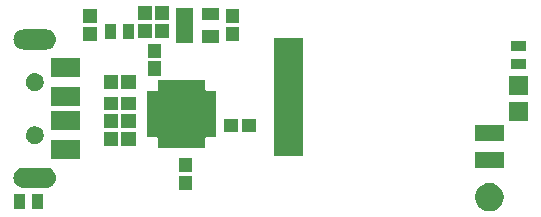
<source format=gbr>
G04 #@! TF.GenerationSoftware,KiCad,Pcbnew,(6.0.0-rc1-dev-479-g831c9b6f6-dirty)*
G04 #@! TF.CreationDate,2018-09-12T23:56:39+02:00*
G04 #@! TF.ProjectId,RapTorS,526170546F72532E6B696361645F7063,rev?*
G04 #@! TF.SameCoordinates,Original*
G04 #@! TF.FileFunction,Soldermask,Top*
G04 #@! TF.FilePolarity,Negative*
%FSLAX46Y46*%
G04 Gerber Fmt 4.6, Leading zero omitted, Abs format (unit mm)*
G04 Created by KiCad (PCBNEW (6.0.0-rc1-dev-479-g831c9b6f6-dirty)) date 2018 September 12, Wednesday 23:56:39*
%MOMM*%
%LPD*%
G01*
G04 APERTURE LIST*
%ADD10C,0.100000*%
G04 APERTURE END LIST*
D10*
G36*
X180359826Y-106999315D02*
X180578212Y-107089773D01*
X180774758Y-107221101D01*
X180941899Y-107388242D01*
X181073227Y-107584788D01*
X181163685Y-107803174D01*
X181209800Y-108035009D01*
X181209800Y-108271391D01*
X181163685Y-108503226D01*
X181073227Y-108721612D01*
X180941899Y-108918158D01*
X180774758Y-109085299D01*
X180578212Y-109216627D01*
X180359826Y-109307085D01*
X180127991Y-109353200D01*
X179891609Y-109353200D01*
X179659774Y-109307085D01*
X179441388Y-109216627D01*
X179244842Y-109085299D01*
X179077701Y-108918158D01*
X178946373Y-108721612D01*
X178855915Y-108503226D01*
X178809800Y-108271391D01*
X178809800Y-108035009D01*
X178855915Y-107803174D01*
X178946373Y-107584788D01*
X179077701Y-107388242D01*
X179244842Y-107221101D01*
X179441388Y-107089773D01*
X179659774Y-106999315D01*
X179891609Y-106953200D01*
X180127991Y-106953200D01*
X180359826Y-106999315D01*
X180359826Y-106999315D01*
G37*
G36*
X140682000Y-109184200D02*
X139782000Y-109184200D01*
X139782000Y-107884200D01*
X140682000Y-107884200D01*
X140682000Y-109184200D01*
X140682000Y-109184200D01*
G37*
G36*
X142182000Y-109184200D02*
X141282000Y-109184200D01*
X141282000Y-107884200D01*
X142182000Y-107884200D01*
X142182000Y-109184200D01*
X142182000Y-109184200D01*
G37*
G36*
X154854600Y-107547400D02*
X153704600Y-107547400D01*
X153704600Y-106347400D01*
X154854600Y-106347400D01*
X154854600Y-107547400D01*
X154854600Y-107547400D01*
G37*
G36*
X142626027Y-105676932D02*
X142785481Y-105725301D01*
X142932435Y-105803850D01*
X143061241Y-105909558D01*
X143166949Y-106038364D01*
X143245498Y-106185318D01*
X143293867Y-106344772D01*
X143310200Y-106510599D01*
X143310200Y-106510601D01*
X143293867Y-106676428D01*
X143245498Y-106835882D01*
X143166949Y-106982836D01*
X143061241Y-107111642D01*
X142932435Y-107217350D01*
X142785481Y-107295899D01*
X142626027Y-107344268D01*
X142460200Y-107360601D01*
X140560200Y-107360601D01*
X140394373Y-107344268D01*
X140234919Y-107295899D01*
X140087965Y-107217350D01*
X139959159Y-107111642D01*
X139853451Y-106982836D01*
X139774902Y-106835882D01*
X139726533Y-106676428D01*
X139710200Y-106510601D01*
X139710200Y-106510599D01*
X139726533Y-106344772D01*
X139774902Y-106185318D01*
X139853451Y-106038364D01*
X139959159Y-105909558D01*
X140087965Y-105803850D01*
X140234919Y-105725301D01*
X140394373Y-105676932D01*
X140560200Y-105660599D01*
X142460200Y-105660599D01*
X142626027Y-105676932D01*
X142626027Y-105676932D01*
G37*
G36*
X154854600Y-106047400D02*
X153704600Y-106047400D01*
X153704600Y-104847400D01*
X154854600Y-104847400D01*
X154854600Y-106047400D01*
X154854600Y-106047400D01*
G37*
G36*
X181201200Y-105698800D02*
X178801200Y-105698800D01*
X178801200Y-104298800D01*
X181201200Y-104298800D01*
X181201200Y-105698800D01*
X181201200Y-105698800D01*
G37*
G36*
X145310200Y-104960600D02*
X142910200Y-104960600D01*
X142910200Y-103360600D01*
X145310200Y-103360600D01*
X145310200Y-104960600D01*
X145310200Y-104960600D01*
G37*
G36*
X164201200Y-104708800D02*
X161801200Y-104708800D01*
X161801200Y-94718800D01*
X164201200Y-94718800D01*
X164201200Y-104708800D01*
X164201200Y-104708800D01*
G37*
G36*
X155924400Y-99017400D02*
X155926802Y-99041786D01*
X155933915Y-99065235D01*
X155945466Y-99086846D01*
X155961012Y-99105788D01*
X155979954Y-99121334D01*
X156001565Y-99132885D01*
X156025014Y-99139998D01*
X156049400Y-99142400D01*
X156849400Y-99142400D01*
X156849400Y-103092400D01*
X156049400Y-103092400D01*
X156025014Y-103094802D01*
X156001565Y-103101915D01*
X155979954Y-103113466D01*
X155961012Y-103129012D01*
X155945466Y-103147954D01*
X155933915Y-103169565D01*
X155926802Y-103193014D01*
X155924400Y-103217400D01*
X155924400Y-104017400D01*
X151974400Y-104017400D01*
X151974400Y-103217400D01*
X151971998Y-103193014D01*
X151964885Y-103169565D01*
X151953334Y-103147954D01*
X151937788Y-103129012D01*
X151918846Y-103113466D01*
X151897235Y-103101915D01*
X151873786Y-103094802D01*
X151849400Y-103092400D01*
X151049400Y-103092400D01*
X151049400Y-99142400D01*
X151849400Y-99142400D01*
X151873786Y-99139998D01*
X151897235Y-99132885D01*
X151918846Y-99121334D01*
X151937788Y-99105788D01*
X151953334Y-99086846D01*
X151964885Y-99065235D01*
X151971998Y-99041786D01*
X151974400Y-99017400D01*
X151974400Y-98217400D01*
X155924400Y-98217400D01*
X155924400Y-99017400D01*
X155924400Y-99017400D01*
G37*
G36*
X150050000Y-103826000D02*
X148850000Y-103826000D01*
X148850000Y-102676000D01*
X150050000Y-102676000D01*
X150050000Y-103826000D01*
X150050000Y-103826000D01*
G37*
G36*
X148550000Y-103826000D02*
X147350000Y-103826000D01*
X147350000Y-102676000D01*
X148550000Y-102676000D01*
X148550000Y-103826000D01*
X148550000Y-103826000D01*
G37*
G36*
X141656518Y-102175011D02*
X141728967Y-102189422D01*
X141785503Y-102212840D01*
X141865457Y-102245958D01*
X141988300Y-102328039D01*
X142092761Y-102432500D01*
X142174842Y-102555343D01*
X142207960Y-102635297D01*
X142231378Y-102691833D01*
X142260200Y-102836731D01*
X142260200Y-102984469D01*
X142231449Y-103129012D01*
X142231378Y-103129366D01*
X142174842Y-103265857D01*
X142092761Y-103388700D01*
X141988300Y-103493161D01*
X141865457Y-103575242D01*
X141785503Y-103608360D01*
X141728967Y-103631778D01*
X141656518Y-103646189D01*
X141584070Y-103660600D01*
X141436330Y-103660600D01*
X141363882Y-103646189D01*
X141291433Y-103631778D01*
X141234897Y-103608360D01*
X141154943Y-103575242D01*
X141032100Y-103493161D01*
X140927639Y-103388700D01*
X140845558Y-103265857D01*
X140789022Y-103129366D01*
X140788952Y-103129012D01*
X140760200Y-102984469D01*
X140760200Y-102836731D01*
X140789022Y-102691833D01*
X140812440Y-102635297D01*
X140845558Y-102555343D01*
X140927639Y-102432500D01*
X141032100Y-102328039D01*
X141154943Y-102245958D01*
X141234897Y-102212840D01*
X141291433Y-102189422D01*
X141363882Y-102175011D01*
X141436330Y-102160600D01*
X141584070Y-102160600D01*
X141656518Y-102175011D01*
X141656518Y-102175011D01*
G37*
G36*
X181201200Y-103418800D02*
X178801200Y-103418800D01*
X178801200Y-102018800D01*
X181201200Y-102018800D01*
X181201200Y-103418800D01*
X181201200Y-103418800D01*
G37*
G36*
X158740400Y-102657600D02*
X157540400Y-102657600D01*
X157540400Y-101507600D01*
X158740400Y-101507600D01*
X158740400Y-102657600D01*
X158740400Y-102657600D01*
G37*
G36*
X160240400Y-102657600D02*
X159040400Y-102657600D01*
X159040400Y-101507600D01*
X160240400Y-101507600D01*
X160240400Y-102657600D01*
X160240400Y-102657600D01*
G37*
G36*
X145310200Y-102460600D02*
X142910200Y-102460600D01*
X142910200Y-100860600D01*
X145310200Y-100860600D01*
X145310200Y-102460600D01*
X145310200Y-102460600D01*
G37*
G36*
X150050000Y-102276600D02*
X148850000Y-102276600D01*
X148850000Y-101126600D01*
X150050000Y-101126600D01*
X150050000Y-102276600D01*
X150050000Y-102276600D01*
G37*
G36*
X148550000Y-102276600D02*
X147350000Y-102276600D01*
X147350000Y-101126600D01*
X148550000Y-101126600D01*
X148550000Y-102276600D01*
X148550000Y-102276600D01*
G37*
G36*
X183248200Y-101696600D02*
X181648200Y-101696600D01*
X181648200Y-100096600D01*
X183248200Y-100096600D01*
X183248200Y-101696600D01*
X183248200Y-101696600D01*
G37*
G36*
X148550000Y-100803400D02*
X147350000Y-100803400D01*
X147350000Y-99653400D01*
X148550000Y-99653400D01*
X148550000Y-100803400D01*
X148550000Y-100803400D01*
G37*
G36*
X150050000Y-100803400D02*
X148850000Y-100803400D01*
X148850000Y-99653400D01*
X150050000Y-99653400D01*
X150050000Y-100803400D01*
X150050000Y-100803400D01*
G37*
G36*
X145310200Y-100460600D02*
X142910200Y-100460600D01*
X142910200Y-98860600D01*
X145310200Y-98860600D01*
X145310200Y-100460600D01*
X145310200Y-100460600D01*
G37*
G36*
X183248200Y-99496600D02*
X181648200Y-99496600D01*
X181648200Y-97896600D01*
X183248200Y-97896600D01*
X183248200Y-99496600D01*
X183248200Y-99496600D01*
G37*
G36*
X141656518Y-97675011D02*
X141728967Y-97689422D01*
X141785503Y-97712840D01*
X141865457Y-97745958D01*
X141988300Y-97828039D01*
X142092761Y-97932500D01*
X142174842Y-98055343D01*
X142207960Y-98135297D01*
X142231378Y-98191833D01*
X142245789Y-98264282D01*
X142260200Y-98336730D01*
X142260200Y-98484470D01*
X142231378Y-98629366D01*
X142174842Y-98765857D01*
X142092761Y-98888700D01*
X141988300Y-98993161D01*
X141865457Y-99075242D01*
X141791712Y-99105788D01*
X141728967Y-99131778D01*
X141656518Y-99146189D01*
X141584070Y-99160600D01*
X141436330Y-99160600D01*
X141363882Y-99146189D01*
X141291433Y-99131778D01*
X141228688Y-99105788D01*
X141154943Y-99075242D01*
X141032100Y-98993161D01*
X140927639Y-98888700D01*
X140845558Y-98765857D01*
X140789022Y-98629366D01*
X140760200Y-98484470D01*
X140760200Y-98336730D01*
X140774611Y-98264282D01*
X140789022Y-98191833D01*
X140812440Y-98135297D01*
X140845558Y-98055343D01*
X140927639Y-97932500D01*
X141032100Y-97828039D01*
X141154943Y-97745958D01*
X141234897Y-97712840D01*
X141291433Y-97689422D01*
X141363882Y-97675011D01*
X141436330Y-97660600D01*
X141584070Y-97660600D01*
X141656518Y-97675011D01*
X141656518Y-97675011D01*
G37*
G36*
X148550000Y-99000000D02*
X147350000Y-99000000D01*
X147350000Y-97850000D01*
X148550000Y-97850000D01*
X148550000Y-99000000D01*
X148550000Y-99000000D01*
G37*
G36*
X150050000Y-99000000D02*
X148850000Y-99000000D01*
X148850000Y-97850000D01*
X150050000Y-97850000D01*
X150050000Y-99000000D01*
X150050000Y-99000000D01*
G37*
G36*
X145310200Y-97960600D02*
X142910200Y-97960600D01*
X142910200Y-96360600D01*
X145310200Y-96360600D01*
X145310200Y-97960600D01*
X145310200Y-97960600D01*
G37*
G36*
X152213000Y-97870000D02*
X151063000Y-97870000D01*
X151063000Y-96670000D01*
X152213000Y-96670000D01*
X152213000Y-97870000D01*
X152213000Y-97870000D01*
G37*
G36*
X183123600Y-97325600D02*
X181823600Y-97325600D01*
X181823600Y-96425600D01*
X183123600Y-96425600D01*
X183123600Y-97325600D01*
X183123600Y-97325600D01*
G37*
G36*
X152213000Y-96370000D02*
X151063000Y-96370000D01*
X151063000Y-95170000D01*
X152213000Y-95170000D01*
X152213000Y-96370000D01*
X152213000Y-96370000D01*
G37*
G36*
X183123600Y-95825600D02*
X181823600Y-95825600D01*
X181823600Y-94925600D01*
X183123600Y-94925600D01*
X183123600Y-95825600D01*
X183123600Y-95825600D01*
G37*
G36*
X142626027Y-93976932D02*
X142785481Y-94025301D01*
X142932435Y-94103850D01*
X143061241Y-94209558D01*
X143166949Y-94338364D01*
X143245498Y-94485318D01*
X143293867Y-94644772D01*
X143310200Y-94810599D01*
X143310200Y-94810601D01*
X143293867Y-94976428D01*
X143245498Y-95135882D01*
X143166949Y-95282836D01*
X143061241Y-95411642D01*
X142932435Y-95517350D01*
X142785481Y-95595899D01*
X142626027Y-95644268D01*
X142460200Y-95660601D01*
X140560200Y-95660601D01*
X140394373Y-95644268D01*
X140234919Y-95595899D01*
X140087965Y-95517350D01*
X139959159Y-95411642D01*
X139853451Y-95282836D01*
X139774902Y-95135882D01*
X139726533Y-94976428D01*
X139710200Y-94810601D01*
X139710200Y-94810599D01*
X139726533Y-94644772D01*
X139774902Y-94485318D01*
X139853451Y-94338364D01*
X139959159Y-94209558D01*
X140087965Y-94103850D01*
X140234919Y-94025301D01*
X140394373Y-93976932D01*
X140560200Y-93960599D01*
X142460200Y-93960599D01*
X142626027Y-93976932D01*
X142626027Y-93976932D01*
G37*
G36*
X154925600Y-95074000D02*
X153465600Y-95074000D01*
X153465600Y-92124000D01*
X154925600Y-92124000D01*
X154925600Y-95074000D01*
X154925600Y-95074000D01*
G37*
G36*
X157125600Y-95074000D02*
X155665600Y-95074000D01*
X155665600Y-94024000D01*
X157125600Y-94024000D01*
X157125600Y-95074000D01*
X157125600Y-95074000D01*
G37*
G36*
X158817000Y-94923600D02*
X157667000Y-94923600D01*
X157667000Y-93723600D01*
X158817000Y-93723600D01*
X158817000Y-94923600D01*
X158817000Y-94923600D01*
G37*
G36*
X146752000Y-94923600D02*
X145602000Y-94923600D01*
X145602000Y-93723600D01*
X146752000Y-93723600D01*
X146752000Y-94923600D01*
X146752000Y-94923600D01*
G37*
G36*
X149891600Y-94807800D02*
X148991600Y-94807800D01*
X148991600Y-93507800D01*
X149891600Y-93507800D01*
X149891600Y-94807800D01*
X149891600Y-94807800D01*
G37*
G36*
X148391600Y-94807800D02*
X147491600Y-94807800D01*
X147491600Y-93507800D01*
X148391600Y-93507800D01*
X148391600Y-94807800D01*
X148391600Y-94807800D01*
G37*
G36*
X152848000Y-94669600D02*
X151698000Y-94669600D01*
X151698000Y-93469600D01*
X152848000Y-93469600D01*
X152848000Y-94669600D01*
X152848000Y-94669600D01*
G37*
G36*
X151425600Y-94669600D02*
X150275600Y-94669600D01*
X150275600Y-93469600D01*
X151425600Y-93469600D01*
X151425600Y-94669600D01*
X151425600Y-94669600D01*
G37*
G36*
X146752000Y-93423600D02*
X145602000Y-93423600D01*
X145602000Y-92223600D01*
X146752000Y-92223600D01*
X146752000Y-93423600D01*
X146752000Y-93423600D01*
G37*
G36*
X158817000Y-93423600D02*
X157667000Y-93423600D01*
X157667000Y-92223600D01*
X158817000Y-92223600D01*
X158817000Y-93423600D01*
X158817000Y-93423600D01*
G37*
G36*
X157125600Y-93174000D02*
X155665600Y-93174000D01*
X155665600Y-92124000D01*
X157125600Y-92124000D01*
X157125600Y-93174000D01*
X157125600Y-93174000D01*
G37*
G36*
X152848000Y-93169600D02*
X151698000Y-93169600D01*
X151698000Y-91969600D01*
X152848000Y-91969600D01*
X152848000Y-93169600D01*
X152848000Y-93169600D01*
G37*
G36*
X151425600Y-93169600D02*
X150275600Y-93169600D01*
X150275600Y-91969600D01*
X151425600Y-91969600D01*
X151425600Y-93169600D01*
X151425600Y-93169600D01*
G37*
M02*

</source>
